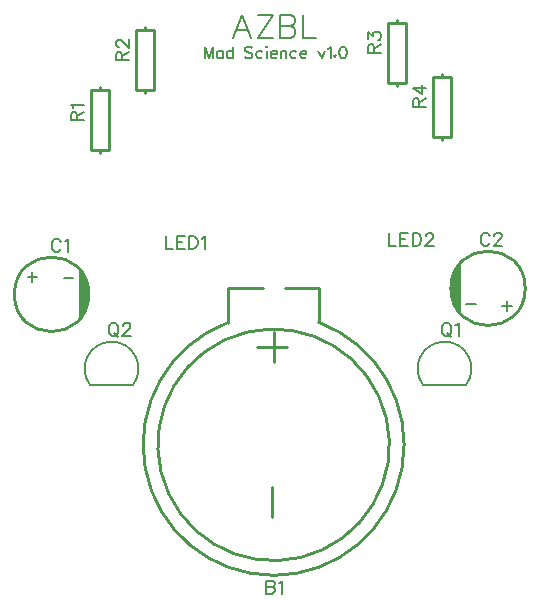
<source format=gto>
G04 Layer: TopSilkscreenLayer*
G04 EasyEDA v6.5.50, 2025-05-04 21:41:00*
G04 ca8d08ed92a845228751cf11d91fab5a,29578758438443b98db2ef743fe8f290,10*
G04 Gerber Generator version 0.2*
G04 Scale: 100 percent, Rotated: No, Reflected: No *
G04 Dimensions in millimeters *
G04 leading zeros omitted , absolute positions ,4 integer and 5 decimal *
%FSLAX45Y45*%
%MOMM*%

%ADD10C,0.2032*%
%ADD11C,0.1524*%
%ADD12C,0.2540*%
%ADD13C,0.1270*%
%ADD14C,0.0130*%

%LPD*%
D10*
X2095500Y7962137D02*
G01*
X2095500Y7866634D01*
X2095500Y7962137D02*
G01*
X2131822Y7866634D01*
X2168143Y7962137D02*
G01*
X2131822Y7866634D01*
X2168143Y7962137D02*
G01*
X2168143Y7866634D01*
X2252725Y7930387D02*
G01*
X2252725Y7866634D01*
X2252725Y7916671D02*
G01*
X2243581Y7925815D01*
X2234691Y7930387D01*
X2220975Y7930387D01*
X2211831Y7925815D01*
X2202688Y7916671D01*
X2198115Y7903210D01*
X2198115Y7894065D01*
X2202688Y7880350D01*
X2211831Y7871205D01*
X2220975Y7866634D01*
X2234691Y7866634D01*
X2243581Y7871205D01*
X2252725Y7880350D01*
X2337308Y7962137D02*
G01*
X2337308Y7866634D01*
X2337308Y7916671D02*
G01*
X2328163Y7925815D01*
X2319020Y7930387D01*
X2305558Y7930387D01*
X2296413Y7925815D01*
X2287270Y7916671D01*
X2282697Y7903210D01*
X2282697Y7894065D01*
X2287270Y7880350D01*
X2296413Y7871205D01*
X2305558Y7866634D01*
X2319020Y7866634D01*
X2328163Y7871205D01*
X2337308Y7880350D01*
X2500884Y7948676D02*
G01*
X2491740Y7957565D01*
X2478277Y7962137D01*
X2459990Y7962137D01*
X2446527Y7957565D01*
X2437384Y7948676D01*
X2437384Y7939531D01*
X2441956Y7930387D01*
X2446527Y7925815D01*
X2455418Y7921244D01*
X2482850Y7912100D01*
X2491740Y7907781D01*
X2496311Y7903210D01*
X2500884Y7894065D01*
X2500884Y7880350D01*
X2491740Y7871205D01*
X2478277Y7866634D01*
X2459990Y7866634D01*
X2446527Y7871205D01*
X2437384Y7880350D01*
X2585465Y7916671D02*
G01*
X2576322Y7925815D01*
X2567431Y7930387D01*
X2553715Y7930387D01*
X2544572Y7925815D01*
X2535427Y7916671D01*
X2530856Y7903210D01*
X2530856Y7894065D01*
X2535427Y7880350D01*
X2544572Y7871205D01*
X2553715Y7866634D01*
X2567431Y7866634D01*
X2576322Y7871205D01*
X2585465Y7880350D01*
X2615438Y7962137D02*
G01*
X2620009Y7957565D01*
X2624581Y7962137D01*
X2620009Y7966710D01*
X2615438Y7962137D01*
X2620009Y7930387D02*
G01*
X2620009Y7866634D01*
X2654554Y7903210D02*
G01*
X2709163Y7903210D01*
X2709163Y7912100D01*
X2704591Y7921244D01*
X2700020Y7925815D01*
X2690875Y7930387D01*
X2677413Y7930387D01*
X2668270Y7925815D01*
X2659125Y7916671D01*
X2654554Y7903210D01*
X2654554Y7894065D01*
X2659125Y7880350D01*
X2668270Y7871205D01*
X2677413Y7866634D01*
X2690875Y7866634D01*
X2700020Y7871205D01*
X2709163Y7880350D01*
X2739136Y7930387D02*
G01*
X2739136Y7866634D01*
X2739136Y7912100D02*
G01*
X2752852Y7925815D01*
X2761741Y7930387D01*
X2775458Y7930387D01*
X2784602Y7925815D01*
X2789174Y7912100D01*
X2789174Y7866634D01*
X2873756Y7916671D02*
G01*
X2864611Y7925815D01*
X2855468Y7930387D01*
X2841752Y7930387D01*
X2832861Y7925815D01*
X2823718Y7916671D01*
X2819145Y7903210D01*
X2819145Y7894065D01*
X2823718Y7880350D01*
X2832861Y7871205D01*
X2841752Y7866634D01*
X2855468Y7866634D01*
X2864611Y7871205D01*
X2873756Y7880350D01*
X2903727Y7903210D02*
G01*
X2958338Y7903210D01*
X2958338Y7912100D01*
X2953765Y7921244D01*
X2949193Y7925815D01*
X2940050Y7930387D01*
X2926334Y7930387D01*
X2917190Y7925815D01*
X2908300Y7916671D01*
X2903727Y7903210D01*
X2903727Y7894065D01*
X2908300Y7880350D01*
X2917190Y7871205D01*
X2926334Y7866634D01*
X2940050Y7866634D01*
X2949193Y7871205D01*
X2958338Y7880350D01*
X3058159Y7930387D02*
G01*
X3085591Y7866634D01*
X3112770Y7930387D02*
G01*
X3085591Y7866634D01*
X3142741Y7944104D02*
G01*
X3151886Y7948676D01*
X3165602Y7962137D01*
X3165602Y7866634D01*
X3200145Y7889494D02*
G01*
X3195574Y7884921D01*
X3200145Y7880350D01*
X3204463Y7884921D01*
X3200145Y7889494D01*
X3261868Y7962137D02*
G01*
X3248152Y7957565D01*
X3239008Y7944104D01*
X3234690Y7921244D01*
X3234690Y7907781D01*
X3239008Y7884921D01*
X3248152Y7871205D01*
X3261868Y7866634D01*
X3271011Y7866634D01*
X3284474Y7871205D01*
X3293618Y7884921D01*
X3298190Y7907781D01*
X3298190Y7921244D01*
X3293618Y7944104D01*
X3284474Y7957565D01*
X3271011Y7962137D01*
X3261868Y7962137D01*
X2410713Y8231378D02*
G01*
X2336800Y8037576D01*
X2410713Y8231378D02*
G01*
X2484627Y8037576D01*
X2364486Y8102092D02*
G01*
X2456941Y8102092D01*
X2674874Y8231378D02*
G01*
X2545588Y8037576D01*
X2545588Y8231378D02*
G01*
X2674874Y8231378D01*
X2545588Y8037576D02*
G01*
X2674874Y8037576D01*
X2735834Y8231378D02*
G01*
X2735834Y8037576D01*
X2735834Y8231378D02*
G01*
X2818891Y8231378D01*
X2846577Y8222234D01*
X2855975Y8213089D01*
X2865120Y8194547D01*
X2865120Y8176005D01*
X2855975Y8157463D01*
X2846577Y8148320D01*
X2818891Y8139176D01*
X2735834Y8139176D02*
G01*
X2818891Y8139176D01*
X2846577Y8129778D01*
X2855975Y8120634D01*
X2865120Y8102092D01*
X2865120Y8074405D01*
X2855975Y8055863D01*
X2846577Y8046720D01*
X2818891Y8037576D01*
X2735834Y8037576D01*
X2926079Y8231378D02*
G01*
X2926079Y8037576D01*
X2926079Y8037576D02*
G01*
X3036824Y8037576D01*
D11*
X1765300Y6360741D02*
G01*
X1765300Y6251638D01*
X1765300Y6251638D02*
G01*
X1827644Y6251638D01*
X1861934Y6360741D02*
G01*
X1861934Y6251638D01*
X1861934Y6360741D02*
G01*
X1929475Y6360741D01*
X1861934Y6308788D02*
G01*
X1903498Y6308788D01*
X1861934Y6251638D02*
G01*
X1929475Y6251638D01*
X1963765Y6360741D02*
G01*
X1963765Y6251638D01*
X1963765Y6360741D02*
G01*
X2000135Y6360741D01*
X2015721Y6355547D01*
X2026112Y6345156D01*
X2031306Y6334765D01*
X2036503Y6319177D01*
X2036503Y6293200D01*
X2031306Y6277615D01*
X2026112Y6267223D01*
X2015721Y6256832D01*
X2000135Y6251638D01*
X1963765Y6251638D01*
X2070793Y6339959D02*
G01*
X2081184Y6345156D01*
X2096770Y6360741D01*
X2096770Y6251638D01*
X3657600Y6386141D02*
G01*
X3657600Y6277038D01*
X3657600Y6277038D02*
G01*
X3719944Y6277038D01*
X3754234Y6386141D02*
G01*
X3754234Y6277038D01*
X3754234Y6386141D02*
G01*
X3821775Y6386141D01*
X3754234Y6334188D02*
G01*
X3795798Y6334188D01*
X3754234Y6277038D02*
G01*
X3821775Y6277038D01*
X3856065Y6386141D02*
G01*
X3856065Y6277038D01*
X3856065Y6386141D02*
G01*
X3892435Y6386141D01*
X3908021Y6380947D01*
X3918412Y6370556D01*
X3923606Y6360165D01*
X3928803Y6344577D01*
X3928803Y6318600D01*
X3923606Y6303015D01*
X3918412Y6292623D01*
X3908021Y6282232D01*
X3892435Y6277038D01*
X3856065Y6277038D01*
X3968287Y6360165D02*
G01*
X3968287Y6365359D01*
X3973484Y6375750D01*
X3978678Y6380947D01*
X3989070Y6386141D01*
X4009852Y6386141D01*
X4020243Y6380947D01*
X4025437Y6375750D01*
X4030634Y6365359D01*
X4030634Y6354968D01*
X4025437Y6344577D01*
X4015046Y6328991D01*
X3963093Y6277038D01*
X4035828Y6277038D01*
X2616149Y3442639D02*
G01*
X2616149Y3333673D01*
X2616149Y3442639D02*
G01*
X2662885Y3442639D01*
X2678633Y3437559D01*
X2683713Y3432225D01*
X2689047Y3422065D01*
X2689047Y3411651D01*
X2683713Y3401237D01*
X2678633Y3395903D01*
X2662885Y3390823D01*
X2616149Y3390823D02*
G01*
X2662885Y3390823D01*
X2678633Y3385489D01*
X2683713Y3380409D01*
X2689047Y3369995D01*
X2689047Y3354501D01*
X2683713Y3344087D01*
X2678633Y3338753D01*
X2662885Y3333673D01*
X2616149Y3333673D01*
X2723337Y3422065D02*
G01*
X2733497Y3427145D01*
X2749245Y3442639D01*
X2749245Y3333673D01*
X878078Y6312407D02*
G01*
X872744Y6322821D01*
X862329Y6333236D01*
X852170Y6338315D01*
X831342Y6338315D01*
X820928Y6333236D01*
X810513Y6322821D01*
X805179Y6312407D01*
X800100Y6296660D01*
X800100Y6270752D01*
X805179Y6255257D01*
X810513Y6244844D01*
X820928Y6234429D01*
X831342Y6229350D01*
X852170Y6229350D01*
X862329Y6234429D01*
X872744Y6244844D01*
X878078Y6255257D01*
X912368Y6317487D02*
G01*
X922781Y6322821D01*
X938276Y6338315D01*
X938276Y6229350D01*
D10*
X637794Y6056376D02*
G01*
X637794Y5974334D01*
X596900Y6015481D02*
G01*
X678687Y6015481D01*
X901700Y6002781D02*
G01*
X983487Y6002781D01*
D11*
X4510277Y6363207D02*
G01*
X4504943Y6373621D01*
X4494529Y6384036D01*
X4484370Y6389115D01*
X4463541Y6389115D01*
X4453127Y6384036D01*
X4442713Y6373621D01*
X4437379Y6363207D01*
X4432300Y6347460D01*
X4432300Y6321552D01*
X4437379Y6306057D01*
X4442713Y6295644D01*
X4453127Y6285229D01*
X4463541Y6280150D01*
X4484370Y6280150D01*
X4494529Y6285229D01*
X4504943Y6295644D01*
X4510277Y6306057D01*
X4549647Y6363207D02*
G01*
X4549647Y6368287D01*
X4554981Y6378702D01*
X4560061Y6384036D01*
X4570475Y6389115D01*
X4591304Y6389115D01*
X4601718Y6384036D01*
X4606797Y6378702D01*
X4612131Y6368287D01*
X4612131Y6357873D01*
X4606797Y6347460D01*
X4596384Y6331965D01*
X4544568Y6280150D01*
X4617211Y6280150D01*
D10*
X4658106Y5729223D02*
G01*
X4658106Y5811265D01*
X4699000Y5770118D02*
G01*
X4617211Y5770118D01*
X4394200Y5782818D02*
G01*
X4312411Y5782818D01*
D11*
X4133341Y5627115D02*
G01*
X4122927Y5622036D01*
X4112513Y5611621D01*
X4107179Y5601207D01*
X4102100Y5585460D01*
X4102100Y5559552D01*
X4107179Y5544057D01*
X4112513Y5533644D01*
X4122927Y5523229D01*
X4133341Y5518150D01*
X4154170Y5518150D01*
X4164329Y5523229D01*
X4174743Y5533644D01*
X4180077Y5544057D01*
X4185158Y5559552D01*
X4185158Y5585460D01*
X4180077Y5601207D01*
X4174743Y5611621D01*
X4164329Y5622036D01*
X4154170Y5627115D01*
X4133341Y5627115D01*
X4148836Y5538723D02*
G01*
X4180077Y5507736D01*
X4219447Y5606287D02*
G01*
X4229861Y5611621D01*
X4245609Y5627115D01*
X4245609Y5518150D01*
X1313942Y5627115D02*
G01*
X1303528Y5622036D01*
X1293113Y5611621D01*
X1287779Y5601207D01*
X1282700Y5585460D01*
X1282700Y5559552D01*
X1287779Y5544057D01*
X1293113Y5533644D01*
X1303528Y5523229D01*
X1313942Y5518150D01*
X1334770Y5518150D01*
X1344929Y5523229D01*
X1355344Y5533644D01*
X1360678Y5544057D01*
X1365757Y5559552D01*
X1365757Y5585460D01*
X1360678Y5601207D01*
X1355344Y5611621D01*
X1344929Y5622036D01*
X1334770Y5627115D01*
X1313942Y5627115D01*
X1329436Y5538723D02*
G01*
X1360678Y5507736D01*
X1405381Y5601207D02*
G01*
X1405381Y5606287D01*
X1410462Y5616702D01*
X1415795Y5622036D01*
X1426210Y5627115D01*
X1446784Y5627115D01*
X1457197Y5622036D01*
X1462531Y5616702D01*
X1467612Y5606287D01*
X1467612Y5595873D01*
X1462531Y5585460D01*
X1452118Y5569965D01*
X1400047Y5518150D01*
X1472945Y5518150D01*
X964184Y7340600D02*
G01*
X1073150Y7340600D01*
X964184Y7340600D02*
G01*
X964184Y7387336D01*
X969263Y7402829D01*
X974597Y7408163D01*
X985012Y7413244D01*
X995426Y7413244D01*
X1005839Y7408163D01*
X1010920Y7402829D01*
X1016000Y7387336D01*
X1016000Y7340600D01*
X1016000Y7376921D02*
G01*
X1073150Y7413244D01*
X985012Y7447534D02*
G01*
X979678Y7457947D01*
X964184Y7473695D01*
X1073150Y7473695D01*
X1345184Y7848600D02*
G01*
X1454150Y7848600D01*
X1345184Y7848600D02*
G01*
X1345184Y7895336D01*
X1350263Y7910829D01*
X1355597Y7916163D01*
X1366012Y7921244D01*
X1376426Y7921244D01*
X1386839Y7916163D01*
X1391920Y7910829D01*
X1397000Y7895336D01*
X1397000Y7848600D01*
X1397000Y7884921D02*
G01*
X1454150Y7921244D01*
X1371092Y7960868D02*
G01*
X1366012Y7960868D01*
X1355597Y7965947D01*
X1350263Y7971281D01*
X1345184Y7981695D01*
X1345184Y8002270D01*
X1350263Y8012684D01*
X1355597Y8018018D01*
X1366012Y8023097D01*
X1376426Y8023097D01*
X1386839Y8018018D01*
X1402334Y8007604D01*
X1454150Y7955534D01*
X1454150Y8028431D01*
X3478784Y7912100D02*
G01*
X3587750Y7912100D01*
X3478784Y7912100D02*
G01*
X3478784Y7958836D01*
X3483863Y7974329D01*
X3489197Y7979663D01*
X3499611Y7984744D01*
X3510025Y7984744D01*
X3520440Y7979663D01*
X3525520Y7974329D01*
X3530600Y7958836D01*
X3530600Y7912100D01*
X3530600Y7948421D02*
G01*
X3587750Y7984744D01*
X3478784Y8029447D02*
G01*
X3478784Y8086597D01*
X3520440Y8055610D01*
X3520440Y8071104D01*
X3525520Y8081518D01*
X3530600Y8086597D01*
X3546347Y8091931D01*
X3556761Y8091931D01*
X3572256Y8086597D01*
X3582670Y8076184D01*
X3587750Y8060689D01*
X3587750Y8045195D01*
X3582670Y8029447D01*
X3577590Y8024368D01*
X3567175Y8019034D01*
X3859784Y7454900D02*
G01*
X3968750Y7454900D01*
X3859784Y7454900D02*
G01*
X3859784Y7501636D01*
X3864863Y7517129D01*
X3870197Y7522463D01*
X3880611Y7527544D01*
X3891025Y7527544D01*
X3901440Y7522463D01*
X3906520Y7517129D01*
X3911600Y7501636D01*
X3911600Y7454900D01*
X3911600Y7491221D02*
G01*
X3968750Y7527544D01*
X3859784Y7613904D02*
G01*
X3932427Y7561834D01*
X3932427Y7639812D01*
X3859784Y7613904D02*
G01*
X3968750Y7613904D01*
G36*
X1028598Y6084366D02*
G01*
X1028700Y5638800D01*
X1040028Y5650738D01*
X1050747Y5663285D01*
X1060805Y5676392D01*
X1070152Y5689955D01*
X1078738Y5704027D01*
X1082802Y5711240D01*
X1090269Y5725922D01*
X1096975Y5741009D01*
X1102918Y5756402D01*
X1107998Y5772099D01*
X1112266Y5787999D01*
X1114094Y5796026D01*
X1117092Y5812282D01*
X1119225Y5828639D01*
X1120546Y5845048D01*
X1120952Y5861558D01*
X1120546Y5878017D01*
X1119225Y5894476D01*
X1117092Y5910834D01*
X1114094Y5927039D01*
X1110234Y5943092D01*
X1105560Y5958890D01*
X1102918Y5966714D01*
X1096975Y5982106D01*
X1090269Y5997143D01*
X1082802Y6011875D01*
X1074521Y6026150D01*
X1065580Y6039967D01*
X1055878Y6053328D01*
X1045514Y6066129D01*
X1034440Y6078372D01*
G37*
G36*
X4267200Y6146800D02*
G01*
X4255871Y6134862D01*
X4245152Y6122314D01*
X4235094Y6109208D01*
X4225747Y6095644D01*
X4217162Y6081572D01*
X4213098Y6074359D01*
X4205630Y6059678D01*
X4198924Y6044590D01*
X4192981Y6029198D01*
X4187901Y6013500D01*
X4183634Y5997600D01*
X4181805Y5989574D01*
X4178808Y5973318D01*
X4176674Y5956960D01*
X4175353Y5940552D01*
X4174947Y5924042D01*
X4175353Y5907582D01*
X4176674Y5891123D01*
X4178808Y5874766D01*
X4181805Y5858560D01*
X4185665Y5842508D01*
X4190339Y5826709D01*
X4192981Y5818886D01*
X4198924Y5803493D01*
X4205630Y5788456D01*
X4213098Y5773724D01*
X4221378Y5759450D01*
X4230319Y5745632D01*
X4240022Y5732272D01*
X4250385Y5719470D01*
X4261459Y5707227D01*
X4267301Y5701233D01*
G37*
D12*
X2586197Y5918680D02*
G01*
X2294691Y5918680D01*
X3064692Y5918680D02*
G01*
X2773202Y5918680D01*
X2669692Y4238678D02*
G01*
X2669692Y3984678D01*
X2294691Y5918680D02*
G01*
X2294691Y5628680D01*
X3064692Y5918680D02*
G01*
X3064692Y5638680D01*
X2679692Y5545681D02*
G01*
X2679692Y5291681D01*
X2542692Y5418681D02*
G01*
X2796692Y5418681D01*
D13*
X3947500Y5097398D02*
G01*
X4307499Y5097398D01*
X1128100Y5097398D02*
G01*
X1488099Y5097398D01*
D12*
X1206500Y7086600D02*
G01*
X1206500Y7061200D01*
X1206500Y7594600D02*
G01*
X1206500Y7620000D01*
X1206500Y7086600D02*
G01*
X1130300Y7086600D01*
X1282700Y7086600D02*
G01*
X1206500Y7086600D01*
X1282700Y7594600D02*
G01*
X1282700Y7086600D01*
X1206500Y7594600D02*
G01*
X1282700Y7594600D01*
X1130300Y7594600D02*
G01*
X1206500Y7594600D01*
X1130300Y7086600D02*
G01*
X1130300Y7594600D01*
X1587500Y7594600D02*
G01*
X1587500Y7569200D01*
X1587500Y8102600D02*
G01*
X1587500Y8128000D01*
X1587500Y7594600D02*
G01*
X1511300Y7594600D01*
X1663700Y7594600D02*
G01*
X1587500Y7594600D01*
X1663700Y8102600D02*
G01*
X1663700Y7594600D01*
X1587500Y8102600D02*
G01*
X1663700Y8102600D01*
X1511300Y8102600D02*
G01*
X1587500Y8102600D01*
X1511300Y7594600D02*
G01*
X1511300Y8102600D01*
X3721100Y7658100D02*
G01*
X3721100Y7632700D01*
X3721100Y8166100D02*
G01*
X3721100Y8191500D01*
X3721100Y7658100D02*
G01*
X3644900Y7658100D01*
X3797300Y7658100D02*
G01*
X3721100Y7658100D01*
X3797300Y8166100D02*
G01*
X3797300Y7658100D01*
X3721100Y8166100D02*
G01*
X3797300Y8166100D01*
X3644900Y8166100D02*
G01*
X3721100Y8166100D01*
X3644900Y7658100D02*
G01*
X3644900Y8166100D01*
X4102100Y7200900D02*
G01*
X4102100Y7175500D01*
X4102100Y7708900D02*
G01*
X4102100Y7734300D01*
X4102100Y7200900D02*
G01*
X4025900Y7200900D01*
X4178300Y7200900D02*
G01*
X4102100Y7200900D01*
X4178300Y7708900D02*
G01*
X4178300Y7200900D01*
X4102100Y7708900D02*
G01*
X4178300Y7708900D01*
X4025900Y7708900D02*
G01*
X4102100Y7708900D01*
X4025900Y7200900D02*
G01*
X4025900Y7708900D01*
G75*
G01*
X2259693Y5478681D02*
G03*
X2268525Y5482821I420531J-885558D01*
G75*
G01*
X2294692Y5628681D02*
G03*
X3063690Y5629427I385505J-1035572D01*
G75*
G01*
X485089Y5867400D02*
G02*
X1115111Y5867400I315011J0D01*
G75*
G01*
X1115111Y5867400D02*
G02*
X485089Y5867400I-315011J0D01*
G75*
G01*
X4810811Y5918200D02*
G02*
X4180789Y5918200I-315011J0D01*
G75*
G01*
X4180789Y5918200D02*
G02*
X4810811Y5918200I315011J0D01*
D13*
G75*
G01*
X4306992Y5097805D02*
G03*
X3948102Y5097450I-179585J140819D01*
G75*
G01*
X1487592Y5097805D02*
G03*
X1128702Y5097450I-179585J140819D01*
D12*
G75*
G01
X1115111Y5867400D02*
G03X1115111Y5867400I-315011J0D01*
G75*
G01
X4810811Y5918200D02*
G03X4810811Y5918200I-315011J0D01*
M02*

</source>
